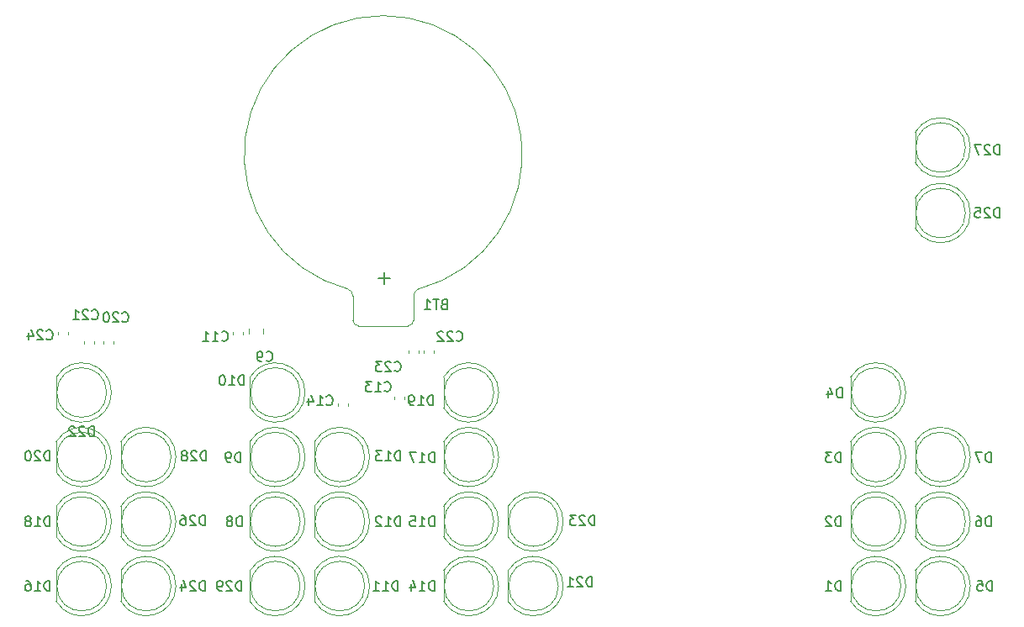
<source format=gbo>
G04 #@! TF.GenerationSoftware,KiCad,Pcbnew,5.1.9*
G04 #@! TF.CreationDate,2021-01-09T13:55:21+02:00*
G04 #@! TF.ProjectId,block,626c6f63-6b2e-46b6-9963-61645f706362,rev?*
G04 #@! TF.SameCoordinates,Original*
G04 #@! TF.FileFunction,Legend,Bot*
G04 #@! TF.FilePolarity,Positive*
%FSLAX46Y46*%
G04 Gerber Fmt 4.6, Leading zero omitted, Abs format (unit mm)*
G04 Created by KiCad (PCBNEW 5.1.9) date 2021-01-09 13:55:21*
%MOMM*%
%LPD*%
G01*
G04 APERTURE LIST*
%ADD10C,0.120000*%
%ADD11C,0.150000*%
G04 APERTURE END LIST*
D10*
G04 #@! TO.C,D21*
X129270000Y-120000000D02*
G75*
G03*
X129270000Y-120000000I-2500000J0D01*
G01*
X124210000Y-121545000D02*
X124210000Y-118455000D01*
X129760000Y-119999538D02*
G75*
G02*
X124210000Y-121544830I-2990000J-462D01*
G01*
X129760000Y-120000462D02*
G75*
G03*
X124210000Y-118455170I-2990000J462D01*
G01*
G04 #@! TO.C,D13*
X109770000Y-107000000D02*
G75*
G03*
X109770000Y-107000000I-2500000J0D01*
G01*
X104710000Y-108545000D02*
X104710000Y-105455000D01*
X110260000Y-106999538D02*
G75*
G02*
X104710000Y-108544830I-2990000J-462D01*
G01*
X110260000Y-107000462D02*
G75*
G03*
X104710000Y-105455170I-2990000J462D01*
G01*
G04 #@! TO.C,D7*
X170270000Y-107000000D02*
G75*
G03*
X170270000Y-107000000I-2500000J0D01*
G01*
X165210000Y-108545000D02*
X165210000Y-105455000D01*
X170760000Y-107000462D02*
G75*
G03*
X165210000Y-105455170I-2990000J462D01*
G01*
X170760000Y-106999538D02*
G75*
G02*
X165210000Y-108544830I-2990000J-462D01*
G01*
G04 #@! TO.C,D6*
X170270000Y-113500000D02*
G75*
G03*
X170270000Y-113500000I-2500000J0D01*
G01*
X165210000Y-115045000D02*
X165210000Y-111955000D01*
X170760000Y-113500462D02*
G75*
G03*
X165210000Y-111955170I-2990000J462D01*
G01*
X170760000Y-113499538D02*
G75*
G02*
X165210000Y-115044830I-2990000J-462D01*
G01*
G04 #@! TO.C,BT1*
X114683000Y-90787000D02*
X114683000Y-93237000D01*
X108583000Y-93237000D02*
X108583000Y-90787000D01*
X114133000Y-93787000D02*
X109133000Y-93787000D01*
X111648231Y-62537262D02*
G75*
G03*
X108113000Y-90087000I-15231J-13999738D01*
G01*
X111617769Y-62537262D02*
G75*
G02*
X115153000Y-90087000I15231J-13999738D01*
G01*
X108089515Y-90082231D02*
G75*
G02*
X108583000Y-90787000I-256515J-704769D01*
G01*
X115176485Y-90082231D02*
G75*
G03*
X114683000Y-90787000I256515J-704769D01*
G01*
X114683000Y-93237000D02*
G75*
G02*
X114133000Y-93787000I-550000J0D01*
G01*
X108583000Y-93237000D02*
G75*
G03*
X109133000Y-93787000I550000J0D01*
G01*
G04 #@! TO.C,C24*
X78865000Y-94660767D02*
X78865000Y-94368233D01*
X79885000Y-94660767D02*
X79885000Y-94368233D01*
G04 #@! TO.C,C9*
X98071000Y-94600752D02*
X98071000Y-94078248D01*
X99541000Y-94600752D02*
X99541000Y-94078248D01*
G04 #@! TO.C,C11*
X96518000Y-94660767D02*
X96518000Y-94368233D01*
X97538000Y-94660767D02*
X97538000Y-94368233D01*
G04 #@! TO.C,C20*
X83437000Y-95331233D02*
X83437000Y-95623767D01*
X84457000Y-95331233D02*
X84457000Y-95623767D01*
G04 #@! TO.C,C21*
X82552000Y-95331233D02*
X82552000Y-95623767D01*
X81532000Y-95331233D02*
X81532000Y-95623767D01*
G04 #@! TO.C,C13*
X112774000Y-100919233D02*
X112774000Y-101211767D01*
X113794000Y-100919233D02*
X113794000Y-101211767D01*
G04 #@! TO.C,C22*
X115695000Y-96246733D02*
X115695000Y-96539267D01*
X116715000Y-96246733D02*
X116715000Y-96539267D01*
G04 #@! TO.C,C14*
X107059000Y-101873267D02*
X107059000Y-101580733D01*
X108079000Y-101873267D02*
X108079000Y-101580733D01*
G04 #@! TO.C,C23*
X114171000Y-96246733D02*
X114171000Y-96539267D01*
X115191000Y-96246733D02*
X115191000Y-96539267D01*
G04 #@! TO.C,D16*
X83770000Y-120000000D02*
G75*
G03*
X83770000Y-120000000I-2500000J0D01*
G01*
X78710000Y-121545000D02*
X78710000Y-118455000D01*
X84260000Y-119999538D02*
G75*
G02*
X78710000Y-121544830I-2990000J-462D01*
G01*
X84260000Y-120000462D02*
G75*
G03*
X78710000Y-118455170I-2990000J462D01*
G01*
G04 #@! TO.C,D18*
X83780000Y-113500000D02*
G75*
G03*
X83780000Y-113500000I-2500000J0D01*
G01*
X78720000Y-115045000D02*
X78720000Y-111955000D01*
X84270000Y-113499538D02*
G75*
G02*
X78720000Y-115044830I-2990000J-462D01*
G01*
X84270000Y-113500462D02*
G75*
G03*
X78720000Y-111955170I-2990000J462D01*
G01*
G04 #@! TO.C,D20*
X83770000Y-107000000D02*
G75*
G03*
X83770000Y-107000000I-2500000J0D01*
G01*
X78710000Y-108545000D02*
X78710000Y-105455000D01*
X84260000Y-106999538D02*
G75*
G02*
X78710000Y-108544830I-2990000J-462D01*
G01*
X84260000Y-107000462D02*
G75*
G03*
X78710000Y-105455170I-2990000J462D01*
G01*
G04 #@! TO.C,D22*
X78710000Y-102045000D02*
X78710000Y-98955000D01*
X83770000Y-100500000D02*
G75*
G03*
X83770000Y-100500000I-2500000J0D01*
G01*
X84260000Y-100500462D02*
G75*
G03*
X78710000Y-98955170I-2990000J462D01*
G01*
X84260000Y-100499538D02*
G75*
G02*
X78710000Y-102044830I-2990000J-462D01*
G01*
G04 #@! TO.C,D24*
X90270000Y-120000000D02*
G75*
G03*
X90270000Y-120000000I-2500000J0D01*
G01*
X85210000Y-121545000D02*
X85210000Y-118455000D01*
X90760000Y-119999538D02*
G75*
G02*
X85210000Y-121544830I-2990000J-462D01*
G01*
X90760000Y-120000462D02*
G75*
G03*
X85210000Y-118455170I-2990000J462D01*
G01*
G04 #@! TO.C,D26*
X85210000Y-115045000D02*
X85210000Y-111955000D01*
X90270000Y-113500000D02*
G75*
G03*
X90270000Y-113500000I-2500000J0D01*
G01*
X90760000Y-113500462D02*
G75*
G03*
X85210000Y-111955170I-2990000J462D01*
G01*
X90760000Y-113499538D02*
G75*
G02*
X85210000Y-115044830I-2990000J-462D01*
G01*
G04 #@! TO.C,D28*
X90270000Y-107000000D02*
G75*
G03*
X90270000Y-107000000I-2500000J0D01*
G01*
X85210000Y-108545000D02*
X85210000Y-105455000D01*
X90760000Y-106999538D02*
G75*
G02*
X85210000Y-108544830I-2990000J-462D01*
G01*
X90760000Y-107000462D02*
G75*
G03*
X85210000Y-105455170I-2990000J462D01*
G01*
G04 #@! TO.C,D29*
X98210000Y-121545000D02*
X98210000Y-118455000D01*
X103270000Y-120000000D02*
G75*
G03*
X103270000Y-120000000I-2500000J0D01*
G01*
X103760000Y-120000462D02*
G75*
G03*
X98210000Y-118455170I-2990000J462D01*
G01*
X103760000Y-119999538D02*
G75*
G02*
X98210000Y-121544830I-2990000J-462D01*
G01*
G04 #@! TO.C,D1*
X158710000Y-121545000D02*
X158710000Y-118455000D01*
X163770000Y-120000000D02*
G75*
G03*
X163770000Y-120000000I-2500000J0D01*
G01*
X164260000Y-120000462D02*
G75*
G03*
X158710000Y-118455170I-2990000J462D01*
G01*
X164260000Y-119999538D02*
G75*
G02*
X158710000Y-121544830I-2990000J-462D01*
G01*
G04 #@! TO.C,D2*
X158710000Y-115045000D02*
X158710000Y-111955000D01*
X163770000Y-113500000D02*
G75*
G03*
X163770000Y-113500000I-2500000J0D01*
G01*
X164260000Y-113500462D02*
G75*
G03*
X158710000Y-111955170I-2990000J462D01*
G01*
X164260000Y-113499538D02*
G75*
G02*
X158710000Y-115044830I-2990000J-462D01*
G01*
G04 #@! TO.C,D3*
X163770000Y-107000000D02*
G75*
G03*
X163770000Y-107000000I-2500000J0D01*
G01*
X158710000Y-108545000D02*
X158710000Y-105455000D01*
X164260000Y-106999538D02*
G75*
G02*
X158710000Y-108544830I-2990000J-462D01*
G01*
X164260000Y-107000462D02*
G75*
G03*
X158710000Y-105455170I-2990000J462D01*
G01*
G04 #@! TO.C,D4*
X158710000Y-102045000D02*
X158710000Y-98955000D01*
X163770000Y-100500000D02*
G75*
G03*
X163770000Y-100500000I-2500000J0D01*
G01*
X164260000Y-100500462D02*
G75*
G03*
X158710000Y-98955170I-2990000J462D01*
G01*
X164260000Y-100499538D02*
G75*
G02*
X158710000Y-102044830I-2990000J-462D01*
G01*
G04 #@! TO.C,D5*
X170270000Y-120000000D02*
G75*
G03*
X170270000Y-120000000I-2500000J0D01*
G01*
X165210000Y-121545000D02*
X165210000Y-118455000D01*
X170760000Y-119999538D02*
G75*
G02*
X165210000Y-121544830I-2990000J-462D01*
G01*
X170760000Y-120000462D02*
G75*
G03*
X165210000Y-118455170I-2990000J462D01*
G01*
G04 #@! TO.C,D8*
X98210000Y-115045000D02*
X98210000Y-111955000D01*
X103270000Y-113500000D02*
G75*
G03*
X103270000Y-113500000I-2500000J0D01*
G01*
X103760000Y-113500462D02*
G75*
G03*
X98210000Y-111955170I-2990000J462D01*
G01*
X103760000Y-113499538D02*
G75*
G02*
X98210000Y-115044830I-2990000J-462D01*
G01*
G04 #@! TO.C,D9*
X103270000Y-107000000D02*
G75*
G03*
X103270000Y-107000000I-2500000J0D01*
G01*
X98210000Y-108545000D02*
X98210000Y-105455000D01*
X103760000Y-106999538D02*
G75*
G02*
X98210000Y-108544830I-2990000J-462D01*
G01*
X103760000Y-107000462D02*
G75*
G03*
X98210000Y-105455170I-2990000J462D01*
G01*
G04 #@! TO.C,D10*
X103270000Y-100500000D02*
G75*
G03*
X103270000Y-100500000I-2500000J0D01*
G01*
X98210000Y-102045000D02*
X98210000Y-98955000D01*
X103760000Y-100499538D02*
G75*
G02*
X98210000Y-102044830I-2990000J-462D01*
G01*
X103760000Y-100500462D02*
G75*
G03*
X98210000Y-98955170I-2990000J462D01*
G01*
G04 #@! TO.C,D11*
X104710000Y-121545000D02*
X104710000Y-118455000D01*
X109770000Y-120000000D02*
G75*
G03*
X109770000Y-120000000I-2500000J0D01*
G01*
X110260000Y-120000462D02*
G75*
G03*
X104710000Y-118455170I-2990000J462D01*
G01*
X110260000Y-119999538D02*
G75*
G02*
X104710000Y-121544830I-2990000J-462D01*
G01*
G04 #@! TO.C,D12*
X109770000Y-113500000D02*
G75*
G03*
X109770000Y-113500000I-2500000J0D01*
G01*
X104710000Y-115045000D02*
X104710000Y-111955000D01*
X110260000Y-113499538D02*
G75*
G02*
X104710000Y-115044830I-2990000J-462D01*
G01*
X110260000Y-113500462D02*
G75*
G03*
X104710000Y-111955170I-2990000J462D01*
G01*
G04 #@! TO.C,D14*
X117710000Y-121545000D02*
X117710000Y-118455000D01*
X122770000Y-120000000D02*
G75*
G03*
X122770000Y-120000000I-2500000J0D01*
G01*
X123260000Y-120000462D02*
G75*
G03*
X117710000Y-118455170I-2990000J462D01*
G01*
X123260000Y-119999538D02*
G75*
G02*
X117710000Y-121544830I-2990000J-462D01*
G01*
G04 #@! TO.C,D15*
X117710000Y-115045000D02*
X117710000Y-111955000D01*
X122770000Y-113500000D02*
G75*
G03*
X122770000Y-113500000I-2500000J0D01*
G01*
X123260000Y-113500462D02*
G75*
G03*
X117710000Y-111955170I-2990000J462D01*
G01*
X123260000Y-113499538D02*
G75*
G02*
X117710000Y-115044830I-2990000J-462D01*
G01*
G04 #@! TO.C,D17*
X122770000Y-107000000D02*
G75*
G03*
X122770000Y-107000000I-2500000J0D01*
G01*
X117710000Y-108545000D02*
X117710000Y-105455000D01*
X123260000Y-106999538D02*
G75*
G02*
X117710000Y-108544830I-2990000J-462D01*
G01*
X123260000Y-107000462D02*
G75*
G03*
X117710000Y-105455170I-2990000J462D01*
G01*
G04 #@! TO.C,D19*
X117710000Y-102045000D02*
X117710000Y-98955000D01*
X122770000Y-100500000D02*
G75*
G03*
X122770000Y-100500000I-2500000J0D01*
G01*
X123260000Y-100500462D02*
G75*
G03*
X117710000Y-98955170I-2990000J462D01*
G01*
X123260000Y-100499538D02*
G75*
G02*
X117710000Y-102044830I-2990000J-462D01*
G01*
G04 #@! TO.C,D23*
X124210000Y-115045000D02*
X124210000Y-111955000D01*
X129270000Y-113500000D02*
G75*
G03*
X129270000Y-113500000I-2500000J0D01*
G01*
X129760000Y-113500462D02*
G75*
G03*
X124210000Y-111955170I-2990000J462D01*
G01*
X129760000Y-113499538D02*
G75*
G02*
X124210000Y-115044830I-2990000J-462D01*
G01*
G04 #@! TO.C,D25*
X165210000Y-83968000D02*
X165210000Y-80878000D01*
X170270000Y-82423000D02*
G75*
G03*
X170270000Y-82423000I-2500000J0D01*
G01*
X170760000Y-82423462D02*
G75*
G03*
X165210000Y-80878170I-2990000J462D01*
G01*
X170760000Y-82422538D02*
G75*
G02*
X165210000Y-83967830I-2990000J-462D01*
G01*
G04 #@! TO.C,D27*
X170270000Y-75819000D02*
G75*
G03*
X170270000Y-75819000I-2500000J0D01*
G01*
X165210000Y-77364000D02*
X165210000Y-74274000D01*
X170760000Y-75818538D02*
G75*
G02*
X165210000Y-77363830I-2990000J-462D01*
G01*
X170760000Y-75819462D02*
G75*
G03*
X165210000Y-74274170I-2990000J462D01*
G01*
G04 #@! TO.C,D21*
D11*
X132659285Y-120086380D02*
X132659285Y-119086380D01*
X132421190Y-119086380D01*
X132278333Y-119134000D01*
X132183095Y-119229238D01*
X132135476Y-119324476D01*
X132087857Y-119514952D01*
X132087857Y-119657809D01*
X132135476Y-119848285D01*
X132183095Y-119943523D01*
X132278333Y-120038761D01*
X132421190Y-120086380D01*
X132659285Y-120086380D01*
X131706904Y-119181619D02*
X131659285Y-119134000D01*
X131564047Y-119086380D01*
X131325952Y-119086380D01*
X131230714Y-119134000D01*
X131183095Y-119181619D01*
X131135476Y-119276857D01*
X131135476Y-119372095D01*
X131183095Y-119514952D01*
X131754523Y-120086380D01*
X131135476Y-120086380D01*
X130183095Y-120086380D02*
X130754523Y-120086380D01*
X130468809Y-120086380D02*
X130468809Y-119086380D01*
X130564047Y-119229238D01*
X130659285Y-119324476D01*
X130754523Y-119372095D01*
G04 #@! TO.C,D13*
X113355285Y-107386380D02*
X113355285Y-106386380D01*
X113117190Y-106386380D01*
X112974333Y-106434000D01*
X112879095Y-106529238D01*
X112831476Y-106624476D01*
X112783857Y-106814952D01*
X112783857Y-106957809D01*
X112831476Y-107148285D01*
X112879095Y-107243523D01*
X112974333Y-107338761D01*
X113117190Y-107386380D01*
X113355285Y-107386380D01*
X111831476Y-107386380D02*
X112402904Y-107386380D01*
X112117190Y-107386380D02*
X112117190Y-106386380D01*
X112212428Y-106529238D01*
X112307666Y-106624476D01*
X112402904Y-106672095D01*
X111498142Y-106386380D02*
X110879095Y-106386380D01*
X111212428Y-106767333D01*
X111069571Y-106767333D01*
X110974333Y-106814952D01*
X110926714Y-106862571D01*
X110879095Y-106957809D01*
X110879095Y-107195904D01*
X110926714Y-107291142D01*
X110974333Y-107338761D01*
X111069571Y-107386380D01*
X111355285Y-107386380D01*
X111450523Y-107338761D01*
X111498142Y-107291142D01*
G04 #@! TO.C,D7*
X172823095Y-107513380D02*
X172823095Y-106513380D01*
X172585000Y-106513380D01*
X172442142Y-106561000D01*
X172346904Y-106656238D01*
X172299285Y-106751476D01*
X172251666Y-106941952D01*
X172251666Y-107084809D01*
X172299285Y-107275285D01*
X172346904Y-107370523D01*
X172442142Y-107465761D01*
X172585000Y-107513380D01*
X172823095Y-107513380D01*
X171918333Y-106513380D02*
X171251666Y-106513380D01*
X171680238Y-107513380D01*
G04 #@! TO.C,D6*
X172823095Y-113990380D02*
X172823095Y-112990380D01*
X172585000Y-112990380D01*
X172442142Y-113038000D01*
X172346904Y-113133238D01*
X172299285Y-113228476D01*
X172251666Y-113418952D01*
X172251666Y-113561809D01*
X172299285Y-113752285D01*
X172346904Y-113847523D01*
X172442142Y-113942761D01*
X172585000Y-113990380D01*
X172823095Y-113990380D01*
X171394523Y-112990380D02*
X171585000Y-112990380D01*
X171680238Y-113038000D01*
X171727857Y-113085619D01*
X171823095Y-113228476D01*
X171870714Y-113418952D01*
X171870714Y-113799904D01*
X171823095Y-113895142D01*
X171775476Y-113942761D01*
X171680238Y-113990380D01*
X171489761Y-113990380D01*
X171394523Y-113942761D01*
X171346904Y-113895142D01*
X171299285Y-113799904D01*
X171299285Y-113561809D01*
X171346904Y-113466571D01*
X171394523Y-113418952D01*
X171489761Y-113371333D01*
X171680238Y-113371333D01*
X171775476Y-113418952D01*
X171823095Y-113466571D01*
X171870714Y-113561809D01*
G04 #@! TO.C,BT1*
X117752714Y-91622571D02*
X117609857Y-91670190D01*
X117562238Y-91717809D01*
X117514619Y-91813047D01*
X117514619Y-91955904D01*
X117562238Y-92051142D01*
X117609857Y-92098761D01*
X117705095Y-92146380D01*
X118086047Y-92146380D01*
X118086047Y-91146380D01*
X117752714Y-91146380D01*
X117657476Y-91194000D01*
X117609857Y-91241619D01*
X117562238Y-91336857D01*
X117562238Y-91432095D01*
X117609857Y-91527333D01*
X117657476Y-91574952D01*
X117752714Y-91622571D01*
X118086047Y-91622571D01*
X117228904Y-91146380D02*
X116657476Y-91146380D01*
X116943190Y-92146380D02*
X116943190Y-91146380D01*
X115800333Y-92146380D02*
X116371761Y-92146380D01*
X116086047Y-92146380D02*
X116086047Y-91146380D01*
X116181285Y-91289238D01*
X116276523Y-91384476D01*
X116371761Y-91432095D01*
X111740142Y-88415571D02*
X111740142Y-89558428D01*
X112311571Y-88987000D02*
X111168714Y-88987000D01*
G04 #@! TO.C,C24*
X77731857Y-95099142D02*
X77779476Y-95146761D01*
X77922333Y-95194380D01*
X78017571Y-95194380D01*
X78160428Y-95146761D01*
X78255666Y-95051523D01*
X78303285Y-94956285D01*
X78350904Y-94765809D01*
X78350904Y-94622952D01*
X78303285Y-94432476D01*
X78255666Y-94337238D01*
X78160428Y-94242000D01*
X78017571Y-94194380D01*
X77922333Y-94194380D01*
X77779476Y-94242000D01*
X77731857Y-94289619D01*
X77350904Y-94289619D02*
X77303285Y-94242000D01*
X77208047Y-94194380D01*
X76969952Y-94194380D01*
X76874714Y-94242000D01*
X76827095Y-94289619D01*
X76779476Y-94384857D01*
X76779476Y-94480095D01*
X76827095Y-94622952D01*
X77398523Y-95194380D01*
X76779476Y-95194380D01*
X75922333Y-94527714D02*
X75922333Y-95194380D01*
X76160428Y-94146761D02*
X76398523Y-94861047D01*
X75779476Y-94861047D01*
G04 #@! TO.C,C9*
X99861666Y-97258142D02*
X99909285Y-97305761D01*
X100052142Y-97353380D01*
X100147380Y-97353380D01*
X100290238Y-97305761D01*
X100385476Y-97210523D01*
X100433095Y-97115285D01*
X100480714Y-96924809D01*
X100480714Y-96781952D01*
X100433095Y-96591476D01*
X100385476Y-96496238D01*
X100290238Y-96401000D01*
X100147380Y-96353380D01*
X100052142Y-96353380D01*
X99909285Y-96401000D01*
X99861666Y-96448619D01*
X99385476Y-97353380D02*
X99195000Y-97353380D01*
X99099761Y-97305761D01*
X99052142Y-97258142D01*
X98956904Y-97115285D01*
X98909285Y-96924809D01*
X98909285Y-96543857D01*
X98956904Y-96448619D01*
X99004523Y-96401000D01*
X99099761Y-96353380D01*
X99290238Y-96353380D01*
X99385476Y-96401000D01*
X99433095Y-96448619D01*
X99480714Y-96543857D01*
X99480714Y-96781952D01*
X99433095Y-96877190D01*
X99385476Y-96924809D01*
X99290238Y-96972428D01*
X99099761Y-96972428D01*
X99004523Y-96924809D01*
X98956904Y-96877190D01*
X98909285Y-96781952D01*
G04 #@! TO.C,C11*
X95384857Y-95226142D02*
X95432476Y-95273761D01*
X95575333Y-95321380D01*
X95670571Y-95321380D01*
X95813428Y-95273761D01*
X95908666Y-95178523D01*
X95956285Y-95083285D01*
X96003904Y-94892809D01*
X96003904Y-94749952D01*
X95956285Y-94559476D01*
X95908666Y-94464238D01*
X95813428Y-94369000D01*
X95670571Y-94321380D01*
X95575333Y-94321380D01*
X95432476Y-94369000D01*
X95384857Y-94416619D01*
X94432476Y-95321380D02*
X95003904Y-95321380D01*
X94718190Y-95321380D02*
X94718190Y-94321380D01*
X94813428Y-94464238D01*
X94908666Y-94559476D01*
X95003904Y-94607095D01*
X93480095Y-95321380D02*
X94051523Y-95321380D01*
X93765809Y-95321380D02*
X93765809Y-94321380D01*
X93861047Y-94464238D01*
X93956285Y-94559476D01*
X94051523Y-94607095D01*
G04 #@! TO.C,C20*
X85351857Y-93321142D02*
X85399476Y-93368761D01*
X85542333Y-93416380D01*
X85637571Y-93416380D01*
X85780428Y-93368761D01*
X85875666Y-93273523D01*
X85923285Y-93178285D01*
X85970904Y-92987809D01*
X85970904Y-92844952D01*
X85923285Y-92654476D01*
X85875666Y-92559238D01*
X85780428Y-92464000D01*
X85637571Y-92416380D01*
X85542333Y-92416380D01*
X85399476Y-92464000D01*
X85351857Y-92511619D01*
X84970904Y-92511619D02*
X84923285Y-92464000D01*
X84828047Y-92416380D01*
X84589952Y-92416380D01*
X84494714Y-92464000D01*
X84447095Y-92511619D01*
X84399476Y-92606857D01*
X84399476Y-92702095D01*
X84447095Y-92844952D01*
X85018523Y-93416380D01*
X84399476Y-93416380D01*
X83780428Y-92416380D02*
X83685190Y-92416380D01*
X83589952Y-92464000D01*
X83542333Y-92511619D01*
X83494714Y-92606857D01*
X83447095Y-92797333D01*
X83447095Y-93035428D01*
X83494714Y-93225904D01*
X83542333Y-93321142D01*
X83589952Y-93368761D01*
X83685190Y-93416380D01*
X83780428Y-93416380D01*
X83875666Y-93368761D01*
X83923285Y-93321142D01*
X83970904Y-93225904D01*
X84018523Y-93035428D01*
X84018523Y-92797333D01*
X83970904Y-92606857D01*
X83923285Y-92511619D01*
X83875666Y-92464000D01*
X83780428Y-92416380D01*
G04 #@! TO.C,C21*
X82303857Y-93067142D02*
X82351476Y-93114761D01*
X82494333Y-93162380D01*
X82589571Y-93162380D01*
X82732428Y-93114761D01*
X82827666Y-93019523D01*
X82875285Y-92924285D01*
X82922904Y-92733809D01*
X82922904Y-92590952D01*
X82875285Y-92400476D01*
X82827666Y-92305238D01*
X82732428Y-92210000D01*
X82589571Y-92162380D01*
X82494333Y-92162380D01*
X82351476Y-92210000D01*
X82303857Y-92257619D01*
X81922904Y-92257619D02*
X81875285Y-92210000D01*
X81780047Y-92162380D01*
X81541952Y-92162380D01*
X81446714Y-92210000D01*
X81399095Y-92257619D01*
X81351476Y-92352857D01*
X81351476Y-92448095D01*
X81399095Y-92590952D01*
X81970523Y-93162380D01*
X81351476Y-93162380D01*
X80399095Y-93162380D02*
X80970523Y-93162380D01*
X80684809Y-93162380D02*
X80684809Y-92162380D01*
X80780047Y-92305238D01*
X80875285Y-92400476D01*
X80970523Y-92448095D01*
G04 #@! TO.C,C13*
X111767857Y-100306142D02*
X111815476Y-100353761D01*
X111958333Y-100401380D01*
X112053571Y-100401380D01*
X112196428Y-100353761D01*
X112291666Y-100258523D01*
X112339285Y-100163285D01*
X112386904Y-99972809D01*
X112386904Y-99829952D01*
X112339285Y-99639476D01*
X112291666Y-99544238D01*
X112196428Y-99449000D01*
X112053571Y-99401380D01*
X111958333Y-99401380D01*
X111815476Y-99449000D01*
X111767857Y-99496619D01*
X110815476Y-100401380D02*
X111386904Y-100401380D01*
X111101190Y-100401380D02*
X111101190Y-99401380D01*
X111196428Y-99544238D01*
X111291666Y-99639476D01*
X111386904Y-99687095D01*
X110482142Y-99401380D02*
X109863095Y-99401380D01*
X110196428Y-99782333D01*
X110053571Y-99782333D01*
X109958333Y-99829952D01*
X109910714Y-99877571D01*
X109863095Y-99972809D01*
X109863095Y-100210904D01*
X109910714Y-100306142D01*
X109958333Y-100353761D01*
X110053571Y-100401380D01*
X110339285Y-100401380D01*
X110434523Y-100353761D01*
X110482142Y-100306142D01*
G04 #@! TO.C,C22*
X119006857Y-95226142D02*
X119054476Y-95273761D01*
X119197333Y-95321380D01*
X119292571Y-95321380D01*
X119435428Y-95273761D01*
X119530666Y-95178523D01*
X119578285Y-95083285D01*
X119625904Y-94892809D01*
X119625904Y-94749952D01*
X119578285Y-94559476D01*
X119530666Y-94464238D01*
X119435428Y-94369000D01*
X119292571Y-94321380D01*
X119197333Y-94321380D01*
X119054476Y-94369000D01*
X119006857Y-94416619D01*
X118625904Y-94416619D02*
X118578285Y-94369000D01*
X118483047Y-94321380D01*
X118244952Y-94321380D01*
X118149714Y-94369000D01*
X118102095Y-94416619D01*
X118054476Y-94511857D01*
X118054476Y-94607095D01*
X118102095Y-94749952D01*
X118673523Y-95321380D01*
X118054476Y-95321380D01*
X117673523Y-94416619D02*
X117625904Y-94369000D01*
X117530666Y-94321380D01*
X117292571Y-94321380D01*
X117197333Y-94369000D01*
X117149714Y-94416619D01*
X117102095Y-94511857D01*
X117102095Y-94607095D01*
X117149714Y-94749952D01*
X117721142Y-95321380D01*
X117102095Y-95321380D01*
G04 #@! TO.C,C14*
X105925857Y-101703142D02*
X105973476Y-101750761D01*
X106116333Y-101798380D01*
X106211571Y-101798380D01*
X106354428Y-101750761D01*
X106449666Y-101655523D01*
X106497285Y-101560285D01*
X106544904Y-101369809D01*
X106544904Y-101226952D01*
X106497285Y-101036476D01*
X106449666Y-100941238D01*
X106354428Y-100846000D01*
X106211571Y-100798380D01*
X106116333Y-100798380D01*
X105973476Y-100846000D01*
X105925857Y-100893619D01*
X104973476Y-101798380D02*
X105544904Y-101798380D01*
X105259190Y-101798380D02*
X105259190Y-100798380D01*
X105354428Y-100941238D01*
X105449666Y-101036476D01*
X105544904Y-101084095D01*
X104116333Y-101131714D02*
X104116333Y-101798380D01*
X104354428Y-100750761D02*
X104592523Y-101465047D01*
X103973476Y-101465047D01*
G04 #@! TO.C,C23*
X112783857Y-98274142D02*
X112831476Y-98321761D01*
X112974333Y-98369380D01*
X113069571Y-98369380D01*
X113212428Y-98321761D01*
X113307666Y-98226523D01*
X113355285Y-98131285D01*
X113402904Y-97940809D01*
X113402904Y-97797952D01*
X113355285Y-97607476D01*
X113307666Y-97512238D01*
X113212428Y-97417000D01*
X113069571Y-97369380D01*
X112974333Y-97369380D01*
X112831476Y-97417000D01*
X112783857Y-97464619D01*
X112402904Y-97464619D02*
X112355285Y-97417000D01*
X112260047Y-97369380D01*
X112021952Y-97369380D01*
X111926714Y-97417000D01*
X111879095Y-97464619D01*
X111831476Y-97559857D01*
X111831476Y-97655095D01*
X111879095Y-97797952D01*
X112450523Y-98369380D01*
X111831476Y-98369380D01*
X111498142Y-97369380D02*
X110879095Y-97369380D01*
X111212428Y-97750333D01*
X111069571Y-97750333D01*
X110974333Y-97797952D01*
X110926714Y-97845571D01*
X110879095Y-97940809D01*
X110879095Y-98178904D01*
X110926714Y-98274142D01*
X110974333Y-98321761D01*
X111069571Y-98369380D01*
X111355285Y-98369380D01*
X111450523Y-98321761D01*
X111498142Y-98274142D01*
G04 #@! TO.C,D16*
X78049285Y-120467380D02*
X78049285Y-119467380D01*
X77811190Y-119467380D01*
X77668333Y-119515000D01*
X77573095Y-119610238D01*
X77525476Y-119705476D01*
X77477857Y-119895952D01*
X77477857Y-120038809D01*
X77525476Y-120229285D01*
X77573095Y-120324523D01*
X77668333Y-120419761D01*
X77811190Y-120467380D01*
X78049285Y-120467380D01*
X76525476Y-120467380D02*
X77096904Y-120467380D01*
X76811190Y-120467380D02*
X76811190Y-119467380D01*
X76906428Y-119610238D01*
X77001666Y-119705476D01*
X77096904Y-119753095D01*
X75668333Y-119467380D02*
X75858809Y-119467380D01*
X75954047Y-119515000D01*
X76001666Y-119562619D01*
X76096904Y-119705476D01*
X76144523Y-119895952D01*
X76144523Y-120276904D01*
X76096904Y-120372142D01*
X76049285Y-120419761D01*
X75954047Y-120467380D01*
X75763571Y-120467380D01*
X75668333Y-120419761D01*
X75620714Y-120372142D01*
X75573095Y-120276904D01*
X75573095Y-120038809D01*
X75620714Y-119943571D01*
X75668333Y-119895952D01*
X75763571Y-119848333D01*
X75954047Y-119848333D01*
X76049285Y-119895952D01*
X76096904Y-119943571D01*
X76144523Y-120038809D01*
G04 #@! TO.C,D18*
X78049285Y-113990380D02*
X78049285Y-112990380D01*
X77811190Y-112990380D01*
X77668333Y-113038000D01*
X77573095Y-113133238D01*
X77525476Y-113228476D01*
X77477857Y-113418952D01*
X77477857Y-113561809D01*
X77525476Y-113752285D01*
X77573095Y-113847523D01*
X77668333Y-113942761D01*
X77811190Y-113990380D01*
X78049285Y-113990380D01*
X76525476Y-113990380D02*
X77096904Y-113990380D01*
X76811190Y-113990380D02*
X76811190Y-112990380D01*
X76906428Y-113133238D01*
X77001666Y-113228476D01*
X77096904Y-113276095D01*
X75954047Y-113418952D02*
X76049285Y-113371333D01*
X76096904Y-113323714D01*
X76144523Y-113228476D01*
X76144523Y-113180857D01*
X76096904Y-113085619D01*
X76049285Y-113038000D01*
X75954047Y-112990380D01*
X75763571Y-112990380D01*
X75668333Y-113038000D01*
X75620714Y-113085619D01*
X75573095Y-113180857D01*
X75573095Y-113228476D01*
X75620714Y-113323714D01*
X75668333Y-113371333D01*
X75763571Y-113418952D01*
X75954047Y-113418952D01*
X76049285Y-113466571D01*
X76096904Y-113514190D01*
X76144523Y-113609428D01*
X76144523Y-113799904D01*
X76096904Y-113895142D01*
X76049285Y-113942761D01*
X75954047Y-113990380D01*
X75763571Y-113990380D01*
X75668333Y-113942761D01*
X75620714Y-113895142D01*
X75573095Y-113799904D01*
X75573095Y-113609428D01*
X75620714Y-113514190D01*
X75668333Y-113466571D01*
X75763571Y-113418952D01*
G04 #@! TO.C,D20*
X78049285Y-107386380D02*
X78049285Y-106386380D01*
X77811190Y-106386380D01*
X77668333Y-106434000D01*
X77573095Y-106529238D01*
X77525476Y-106624476D01*
X77477857Y-106814952D01*
X77477857Y-106957809D01*
X77525476Y-107148285D01*
X77573095Y-107243523D01*
X77668333Y-107338761D01*
X77811190Y-107386380D01*
X78049285Y-107386380D01*
X77096904Y-106481619D02*
X77049285Y-106434000D01*
X76954047Y-106386380D01*
X76715952Y-106386380D01*
X76620714Y-106434000D01*
X76573095Y-106481619D01*
X76525476Y-106576857D01*
X76525476Y-106672095D01*
X76573095Y-106814952D01*
X77144523Y-107386380D01*
X76525476Y-107386380D01*
X75906428Y-106386380D02*
X75811190Y-106386380D01*
X75715952Y-106434000D01*
X75668333Y-106481619D01*
X75620714Y-106576857D01*
X75573095Y-106767333D01*
X75573095Y-107005428D01*
X75620714Y-107195904D01*
X75668333Y-107291142D01*
X75715952Y-107338761D01*
X75811190Y-107386380D01*
X75906428Y-107386380D01*
X76001666Y-107338761D01*
X76049285Y-107291142D01*
X76096904Y-107195904D01*
X76144523Y-107005428D01*
X76144523Y-106767333D01*
X76096904Y-106576857D01*
X76049285Y-106481619D01*
X76001666Y-106434000D01*
X75906428Y-106386380D01*
G04 #@! TO.C,D22*
X82484285Y-104912380D02*
X82484285Y-103912380D01*
X82246190Y-103912380D01*
X82103333Y-103960000D01*
X82008095Y-104055238D01*
X81960476Y-104150476D01*
X81912857Y-104340952D01*
X81912857Y-104483809D01*
X81960476Y-104674285D01*
X82008095Y-104769523D01*
X82103333Y-104864761D01*
X82246190Y-104912380D01*
X82484285Y-104912380D01*
X81531904Y-104007619D02*
X81484285Y-103960000D01*
X81389047Y-103912380D01*
X81150952Y-103912380D01*
X81055714Y-103960000D01*
X81008095Y-104007619D01*
X80960476Y-104102857D01*
X80960476Y-104198095D01*
X81008095Y-104340952D01*
X81579523Y-104912380D01*
X80960476Y-104912380D01*
X80579523Y-104007619D02*
X80531904Y-103960000D01*
X80436666Y-103912380D01*
X80198571Y-103912380D01*
X80103333Y-103960000D01*
X80055714Y-104007619D01*
X80008095Y-104102857D01*
X80008095Y-104198095D01*
X80055714Y-104340952D01*
X80627142Y-104912380D01*
X80008095Y-104912380D01*
G04 #@! TO.C,D24*
X93670285Y-120467380D02*
X93670285Y-119467380D01*
X93432190Y-119467380D01*
X93289333Y-119515000D01*
X93194095Y-119610238D01*
X93146476Y-119705476D01*
X93098857Y-119895952D01*
X93098857Y-120038809D01*
X93146476Y-120229285D01*
X93194095Y-120324523D01*
X93289333Y-120419761D01*
X93432190Y-120467380D01*
X93670285Y-120467380D01*
X92717904Y-119562619D02*
X92670285Y-119515000D01*
X92575047Y-119467380D01*
X92336952Y-119467380D01*
X92241714Y-119515000D01*
X92194095Y-119562619D01*
X92146476Y-119657857D01*
X92146476Y-119753095D01*
X92194095Y-119895952D01*
X92765523Y-120467380D01*
X92146476Y-120467380D01*
X91289333Y-119800714D02*
X91289333Y-120467380D01*
X91527428Y-119419761D02*
X91765523Y-120134047D01*
X91146476Y-120134047D01*
G04 #@! TO.C,D26*
X93670285Y-113863380D02*
X93670285Y-112863380D01*
X93432190Y-112863380D01*
X93289333Y-112911000D01*
X93194095Y-113006238D01*
X93146476Y-113101476D01*
X93098857Y-113291952D01*
X93098857Y-113434809D01*
X93146476Y-113625285D01*
X93194095Y-113720523D01*
X93289333Y-113815761D01*
X93432190Y-113863380D01*
X93670285Y-113863380D01*
X92717904Y-112958619D02*
X92670285Y-112911000D01*
X92575047Y-112863380D01*
X92336952Y-112863380D01*
X92241714Y-112911000D01*
X92194095Y-112958619D01*
X92146476Y-113053857D01*
X92146476Y-113149095D01*
X92194095Y-113291952D01*
X92765523Y-113863380D01*
X92146476Y-113863380D01*
X91289333Y-112863380D02*
X91479809Y-112863380D01*
X91575047Y-112911000D01*
X91622666Y-112958619D01*
X91717904Y-113101476D01*
X91765523Y-113291952D01*
X91765523Y-113672904D01*
X91717904Y-113768142D01*
X91670285Y-113815761D01*
X91575047Y-113863380D01*
X91384571Y-113863380D01*
X91289333Y-113815761D01*
X91241714Y-113768142D01*
X91194095Y-113672904D01*
X91194095Y-113434809D01*
X91241714Y-113339571D01*
X91289333Y-113291952D01*
X91384571Y-113244333D01*
X91575047Y-113244333D01*
X91670285Y-113291952D01*
X91717904Y-113339571D01*
X91765523Y-113434809D01*
G04 #@! TO.C,D28*
X93797285Y-107386380D02*
X93797285Y-106386380D01*
X93559190Y-106386380D01*
X93416333Y-106434000D01*
X93321095Y-106529238D01*
X93273476Y-106624476D01*
X93225857Y-106814952D01*
X93225857Y-106957809D01*
X93273476Y-107148285D01*
X93321095Y-107243523D01*
X93416333Y-107338761D01*
X93559190Y-107386380D01*
X93797285Y-107386380D01*
X92844904Y-106481619D02*
X92797285Y-106434000D01*
X92702047Y-106386380D01*
X92463952Y-106386380D01*
X92368714Y-106434000D01*
X92321095Y-106481619D01*
X92273476Y-106576857D01*
X92273476Y-106672095D01*
X92321095Y-106814952D01*
X92892523Y-107386380D01*
X92273476Y-107386380D01*
X91702047Y-106814952D02*
X91797285Y-106767333D01*
X91844904Y-106719714D01*
X91892523Y-106624476D01*
X91892523Y-106576857D01*
X91844904Y-106481619D01*
X91797285Y-106434000D01*
X91702047Y-106386380D01*
X91511571Y-106386380D01*
X91416333Y-106434000D01*
X91368714Y-106481619D01*
X91321095Y-106576857D01*
X91321095Y-106624476D01*
X91368714Y-106719714D01*
X91416333Y-106767333D01*
X91511571Y-106814952D01*
X91702047Y-106814952D01*
X91797285Y-106862571D01*
X91844904Y-106910190D01*
X91892523Y-107005428D01*
X91892523Y-107195904D01*
X91844904Y-107291142D01*
X91797285Y-107338761D01*
X91702047Y-107386380D01*
X91511571Y-107386380D01*
X91416333Y-107338761D01*
X91368714Y-107291142D01*
X91321095Y-107195904D01*
X91321095Y-107005428D01*
X91368714Y-106910190D01*
X91416333Y-106862571D01*
X91511571Y-106814952D01*
G04 #@! TO.C,D29*
X97353285Y-120467380D02*
X97353285Y-119467380D01*
X97115190Y-119467380D01*
X96972333Y-119515000D01*
X96877095Y-119610238D01*
X96829476Y-119705476D01*
X96781857Y-119895952D01*
X96781857Y-120038809D01*
X96829476Y-120229285D01*
X96877095Y-120324523D01*
X96972333Y-120419761D01*
X97115190Y-120467380D01*
X97353285Y-120467380D01*
X96400904Y-119562619D02*
X96353285Y-119515000D01*
X96258047Y-119467380D01*
X96019952Y-119467380D01*
X95924714Y-119515000D01*
X95877095Y-119562619D01*
X95829476Y-119657857D01*
X95829476Y-119753095D01*
X95877095Y-119895952D01*
X96448523Y-120467380D01*
X95829476Y-120467380D01*
X95353285Y-120467380D02*
X95162809Y-120467380D01*
X95067571Y-120419761D01*
X95019952Y-120372142D01*
X94924714Y-120229285D01*
X94877095Y-120038809D01*
X94877095Y-119657857D01*
X94924714Y-119562619D01*
X94972333Y-119515000D01*
X95067571Y-119467380D01*
X95258047Y-119467380D01*
X95353285Y-119515000D01*
X95400904Y-119562619D01*
X95448523Y-119657857D01*
X95448523Y-119895952D01*
X95400904Y-119991190D01*
X95353285Y-120038809D01*
X95258047Y-120086428D01*
X95067571Y-120086428D01*
X94972333Y-120038809D01*
X94924714Y-119991190D01*
X94877095Y-119895952D01*
G04 #@! TO.C,D1*
X157710095Y-120467380D02*
X157710095Y-119467380D01*
X157472000Y-119467380D01*
X157329142Y-119515000D01*
X157233904Y-119610238D01*
X157186285Y-119705476D01*
X157138666Y-119895952D01*
X157138666Y-120038809D01*
X157186285Y-120229285D01*
X157233904Y-120324523D01*
X157329142Y-120419761D01*
X157472000Y-120467380D01*
X157710095Y-120467380D01*
X156186285Y-120467380D02*
X156757714Y-120467380D01*
X156472000Y-120467380D02*
X156472000Y-119467380D01*
X156567238Y-119610238D01*
X156662476Y-119705476D01*
X156757714Y-119753095D01*
G04 #@! TO.C,D2*
X157710095Y-113990380D02*
X157710095Y-112990380D01*
X157472000Y-112990380D01*
X157329142Y-113038000D01*
X157233904Y-113133238D01*
X157186285Y-113228476D01*
X157138666Y-113418952D01*
X157138666Y-113561809D01*
X157186285Y-113752285D01*
X157233904Y-113847523D01*
X157329142Y-113942761D01*
X157472000Y-113990380D01*
X157710095Y-113990380D01*
X156757714Y-113085619D02*
X156710095Y-113038000D01*
X156614857Y-112990380D01*
X156376761Y-112990380D01*
X156281523Y-113038000D01*
X156233904Y-113085619D01*
X156186285Y-113180857D01*
X156186285Y-113276095D01*
X156233904Y-113418952D01*
X156805333Y-113990380D01*
X156186285Y-113990380D01*
G04 #@! TO.C,D3*
X157710095Y-107513380D02*
X157710095Y-106513380D01*
X157472000Y-106513380D01*
X157329142Y-106561000D01*
X157233904Y-106656238D01*
X157186285Y-106751476D01*
X157138666Y-106941952D01*
X157138666Y-107084809D01*
X157186285Y-107275285D01*
X157233904Y-107370523D01*
X157329142Y-107465761D01*
X157472000Y-107513380D01*
X157710095Y-107513380D01*
X156805333Y-106513380D02*
X156186285Y-106513380D01*
X156519619Y-106894333D01*
X156376761Y-106894333D01*
X156281523Y-106941952D01*
X156233904Y-106989571D01*
X156186285Y-107084809D01*
X156186285Y-107322904D01*
X156233904Y-107418142D01*
X156281523Y-107465761D01*
X156376761Y-107513380D01*
X156662476Y-107513380D01*
X156757714Y-107465761D01*
X156805333Y-107418142D01*
G04 #@! TO.C,D4*
X157837095Y-101036380D02*
X157837095Y-100036380D01*
X157599000Y-100036380D01*
X157456142Y-100084000D01*
X157360904Y-100179238D01*
X157313285Y-100274476D01*
X157265666Y-100464952D01*
X157265666Y-100607809D01*
X157313285Y-100798285D01*
X157360904Y-100893523D01*
X157456142Y-100988761D01*
X157599000Y-101036380D01*
X157837095Y-101036380D01*
X156408523Y-100369714D02*
X156408523Y-101036380D01*
X156646619Y-99988761D02*
X156884714Y-100703047D01*
X156265666Y-100703047D01*
G04 #@! TO.C,D5*
X172950095Y-120467380D02*
X172950095Y-119467380D01*
X172712000Y-119467380D01*
X172569142Y-119515000D01*
X172473904Y-119610238D01*
X172426285Y-119705476D01*
X172378666Y-119895952D01*
X172378666Y-120038809D01*
X172426285Y-120229285D01*
X172473904Y-120324523D01*
X172569142Y-120419761D01*
X172712000Y-120467380D01*
X172950095Y-120467380D01*
X171473904Y-119467380D02*
X171950095Y-119467380D01*
X171997714Y-119943571D01*
X171950095Y-119895952D01*
X171854857Y-119848333D01*
X171616761Y-119848333D01*
X171521523Y-119895952D01*
X171473904Y-119943571D01*
X171426285Y-120038809D01*
X171426285Y-120276904D01*
X171473904Y-120372142D01*
X171521523Y-120419761D01*
X171616761Y-120467380D01*
X171854857Y-120467380D01*
X171950095Y-120419761D01*
X171997714Y-120372142D01*
G04 #@! TO.C,D8*
X97385095Y-113990380D02*
X97385095Y-112990380D01*
X97147000Y-112990380D01*
X97004142Y-113038000D01*
X96908904Y-113133238D01*
X96861285Y-113228476D01*
X96813666Y-113418952D01*
X96813666Y-113561809D01*
X96861285Y-113752285D01*
X96908904Y-113847523D01*
X97004142Y-113942761D01*
X97147000Y-113990380D01*
X97385095Y-113990380D01*
X96242238Y-113418952D02*
X96337476Y-113371333D01*
X96385095Y-113323714D01*
X96432714Y-113228476D01*
X96432714Y-113180857D01*
X96385095Y-113085619D01*
X96337476Y-113038000D01*
X96242238Y-112990380D01*
X96051761Y-112990380D01*
X95956523Y-113038000D01*
X95908904Y-113085619D01*
X95861285Y-113180857D01*
X95861285Y-113228476D01*
X95908904Y-113323714D01*
X95956523Y-113371333D01*
X96051761Y-113418952D01*
X96242238Y-113418952D01*
X96337476Y-113466571D01*
X96385095Y-113514190D01*
X96432714Y-113609428D01*
X96432714Y-113799904D01*
X96385095Y-113895142D01*
X96337476Y-113942761D01*
X96242238Y-113990380D01*
X96051761Y-113990380D01*
X95956523Y-113942761D01*
X95908904Y-113895142D01*
X95861285Y-113799904D01*
X95861285Y-113609428D01*
X95908904Y-113514190D01*
X95956523Y-113466571D01*
X96051761Y-113418952D01*
G04 #@! TO.C,D9*
X97258095Y-107513380D02*
X97258095Y-106513380D01*
X97020000Y-106513380D01*
X96877142Y-106561000D01*
X96781904Y-106656238D01*
X96734285Y-106751476D01*
X96686666Y-106941952D01*
X96686666Y-107084809D01*
X96734285Y-107275285D01*
X96781904Y-107370523D01*
X96877142Y-107465761D01*
X97020000Y-107513380D01*
X97258095Y-107513380D01*
X96210476Y-107513380D02*
X96020000Y-107513380D01*
X95924761Y-107465761D01*
X95877142Y-107418142D01*
X95781904Y-107275285D01*
X95734285Y-107084809D01*
X95734285Y-106703857D01*
X95781904Y-106608619D01*
X95829523Y-106561000D01*
X95924761Y-106513380D01*
X96115238Y-106513380D01*
X96210476Y-106561000D01*
X96258095Y-106608619D01*
X96305714Y-106703857D01*
X96305714Y-106941952D01*
X96258095Y-107037190D01*
X96210476Y-107084809D01*
X96115238Y-107132428D01*
X95924761Y-107132428D01*
X95829523Y-107084809D01*
X95781904Y-107037190D01*
X95734285Y-106941952D01*
G04 #@! TO.C,D10*
X97607285Y-99766380D02*
X97607285Y-98766380D01*
X97369190Y-98766380D01*
X97226333Y-98814000D01*
X97131095Y-98909238D01*
X97083476Y-99004476D01*
X97035857Y-99194952D01*
X97035857Y-99337809D01*
X97083476Y-99528285D01*
X97131095Y-99623523D01*
X97226333Y-99718761D01*
X97369190Y-99766380D01*
X97607285Y-99766380D01*
X96083476Y-99766380D02*
X96654904Y-99766380D01*
X96369190Y-99766380D02*
X96369190Y-98766380D01*
X96464428Y-98909238D01*
X96559666Y-99004476D01*
X96654904Y-99052095D01*
X95464428Y-98766380D02*
X95369190Y-98766380D01*
X95273952Y-98814000D01*
X95226333Y-98861619D01*
X95178714Y-98956857D01*
X95131095Y-99147333D01*
X95131095Y-99385428D01*
X95178714Y-99575904D01*
X95226333Y-99671142D01*
X95273952Y-99718761D01*
X95369190Y-99766380D01*
X95464428Y-99766380D01*
X95559666Y-99718761D01*
X95607285Y-99671142D01*
X95654904Y-99575904D01*
X95702523Y-99385428D01*
X95702523Y-99147333D01*
X95654904Y-98956857D01*
X95607285Y-98861619D01*
X95559666Y-98814000D01*
X95464428Y-98766380D01*
G04 #@! TO.C,D11*
X113101285Y-120467380D02*
X113101285Y-119467380D01*
X112863190Y-119467380D01*
X112720333Y-119515000D01*
X112625095Y-119610238D01*
X112577476Y-119705476D01*
X112529857Y-119895952D01*
X112529857Y-120038809D01*
X112577476Y-120229285D01*
X112625095Y-120324523D01*
X112720333Y-120419761D01*
X112863190Y-120467380D01*
X113101285Y-120467380D01*
X111577476Y-120467380D02*
X112148904Y-120467380D01*
X111863190Y-120467380D02*
X111863190Y-119467380D01*
X111958428Y-119610238D01*
X112053666Y-119705476D01*
X112148904Y-119753095D01*
X110625095Y-120467380D02*
X111196523Y-120467380D01*
X110910809Y-120467380D02*
X110910809Y-119467380D01*
X111006047Y-119610238D01*
X111101285Y-119705476D01*
X111196523Y-119753095D01*
G04 #@! TO.C,D12*
X113355285Y-113990380D02*
X113355285Y-112990380D01*
X113117190Y-112990380D01*
X112974333Y-113038000D01*
X112879095Y-113133238D01*
X112831476Y-113228476D01*
X112783857Y-113418952D01*
X112783857Y-113561809D01*
X112831476Y-113752285D01*
X112879095Y-113847523D01*
X112974333Y-113942761D01*
X113117190Y-113990380D01*
X113355285Y-113990380D01*
X111831476Y-113990380D02*
X112402904Y-113990380D01*
X112117190Y-113990380D02*
X112117190Y-112990380D01*
X112212428Y-113133238D01*
X112307666Y-113228476D01*
X112402904Y-113276095D01*
X111450523Y-113085619D02*
X111402904Y-113038000D01*
X111307666Y-112990380D01*
X111069571Y-112990380D01*
X110974333Y-113038000D01*
X110926714Y-113085619D01*
X110879095Y-113180857D01*
X110879095Y-113276095D01*
X110926714Y-113418952D01*
X111498142Y-113990380D01*
X110879095Y-113990380D01*
G04 #@! TO.C,D14*
X116784285Y-120467380D02*
X116784285Y-119467380D01*
X116546190Y-119467380D01*
X116403333Y-119515000D01*
X116308095Y-119610238D01*
X116260476Y-119705476D01*
X116212857Y-119895952D01*
X116212857Y-120038809D01*
X116260476Y-120229285D01*
X116308095Y-120324523D01*
X116403333Y-120419761D01*
X116546190Y-120467380D01*
X116784285Y-120467380D01*
X115260476Y-120467380D02*
X115831904Y-120467380D01*
X115546190Y-120467380D02*
X115546190Y-119467380D01*
X115641428Y-119610238D01*
X115736666Y-119705476D01*
X115831904Y-119753095D01*
X114403333Y-119800714D02*
X114403333Y-120467380D01*
X114641428Y-119419761D02*
X114879523Y-120134047D01*
X114260476Y-120134047D01*
G04 #@! TO.C,D15*
X116784285Y-113990380D02*
X116784285Y-112990380D01*
X116546190Y-112990380D01*
X116403333Y-113038000D01*
X116308095Y-113133238D01*
X116260476Y-113228476D01*
X116212857Y-113418952D01*
X116212857Y-113561809D01*
X116260476Y-113752285D01*
X116308095Y-113847523D01*
X116403333Y-113942761D01*
X116546190Y-113990380D01*
X116784285Y-113990380D01*
X115260476Y-113990380D02*
X115831904Y-113990380D01*
X115546190Y-113990380D02*
X115546190Y-112990380D01*
X115641428Y-113133238D01*
X115736666Y-113228476D01*
X115831904Y-113276095D01*
X114355714Y-112990380D02*
X114831904Y-112990380D01*
X114879523Y-113466571D01*
X114831904Y-113418952D01*
X114736666Y-113371333D01*
X114498571Y-113371333D01*
X114403333Y-113418952D01*
X114355714Y-113466571D01*
X114308095Y-113561809D01*
X114308095Y-113799904D01*
X114355714Y-113895142D01*
X114403333Y-113942761D01*
X114498571Y-113990380D01*
X114736666Y-113990380D01*
X114831904Y-113942761D01*
X114879523Y-113895142D01*
G04 #@! TO.C,D17*
X116784285Y-107513380D02*
X116784285Y-106513380D01*
X116546190Y-106513380D01*
X116403333Y-106561000D01*
X116308095Y-106656238D01*
X116260476Y-106751476D01*
X116212857Y-106941952D01*
X116212857Y-107084809D01*
X116260476Y-107275285D01*
X116308095Y-107370523D01*
X116403333Y-107465761D01*
X116546190Y-107513380D01*
X116784285Y-107513380D01*
X115260476Y-107513380D02*
X115831904Y-107513380D01*
X115546190Y-107513380D02*
X115546190Y-106513380D01*
X115641428Y-106656238D01*
X115736666Y-106751476D01*
X115831904Y-106799095D01*
X114927142Y-106513380D02*
X114260476Y-106513380D01*
X114689047Y-107513380D01*
G04 #@! TO.C,D19*
X116657285Y-101798380D02*
X116657285Y-100798380D01*
X116419190Y-100798380D01*
X116276333Y-100846000D01*
X116181095Y-100941238D01*
X116133476Y-101036476D01*
X116085857Y-101226952D01*
X116085857Y-101369809D01*
X116133476Y-101560285D01*
X116181095Y-101655523D01*
X116276333Y-101750761D01*
X116419190Y-101798380D01*
X116657285Y-101798380D01*
X115133476Y-101798380D02*
X115704904Y-101798380D01*
X115419190Y-101798380D02*
X115419190Y-100798380D01*
X115514428Y-100941238D01*
X115609666Y-101036476D01*
X115704904Y-101084095D01*
X114657285Y-101798380D02*
X114466809Y-101798380D01*
X114371571Y-101750761D01*
X114323952Y-101703142D01*
X114228714Y-101560285D01*
X114181095Y-101369809D01*
X114181095Y-100988857D01*
X114228714Y-100893619D01*
X114276333Y-100846000D01*
X114371571Y-100798380D01*
X114562047Y-100798380D01*
X114657285Y-100846000D01*
X114704904Y-100893619D01*
X114752523Y-100988857D01*
X114752523Y-101226952D01*
X114704904Y-101322190D01*
X114657285Y-101369809D01*
X114562047Y-101417428D01*
X114371571Y-101417428D01*
X114276333Y-101369809D01*
X114228714Y-101322190D01*
X114181095Y-101226952D01*
G04 #@! TO.C,D23*
X132913285Y-113863380D02*
X132913285Y-112863380D01*
X132675190Y-112863380D01*
X132532333Y-112911000D01*
X132437095Y-113006238D01*
X132389476Y-113101476D01*
X132341857Y-113291952D01*
X132341857Y-113434809D01*
X132389476Y-113625285D01*
X132437095Y-113720523D01*
X132532333Y-113815761D01*
X132675190Y-113863380D01*
X132913285Y-113863380D01*
X131960904Y-112958619D02*
X131913285Y-112911000D01*
X131818047Y-112863380D01*
X131579952Y-112863380D01*
X131484714Y-112911000D01*
X131437095Y-112958619D01*
X131389476Y-113053857D01*
X131389476Y-113149095D01*
X131437095Y-113291952D01*
X132008523Y-113863380D01*
X131389476Y-113863380D01*
X131056142Y-112863380D02*
X130437095Y-112863380D01*
X130770428Y-113244333D01*
X130627571Y-113244333D01*
X130532333Y-113291952D01*
X130484714Y-113339571D01*
X130437095Y-113434809D01*
X130437095Y-113672904D01*
X130484714Y-113768142D01*
X130532333Y-113815761D01*
X130627571Y-113863380D01*
X130913285Y-113863380D01*
X131008523Y-113815761D01*
X131056142Y-113768142D01*
G04 #@! TO.C,D25*
X173680285Y-82875380D02*
X173680285Y-81875380D01*
X173442190Y-81875380D01*
X173299333Y-81923000D01*
X173204095Y-82018238D01*
X173156476Y-82113476D01*
X173108857Y-82303952D01*
X173108857Y-82446809D01*
X173156476Y-82637285D01*
X173204095Y-82732523D01*
X173299333Y-82827761D01*
X173442190Y-82875380D01*
X173680285Y-82875380D01*
X172727904Y-81970619D02*
X172680285Y-81923000D01*
X172585047Y-81875380D01*
X172346952Y-81875380D01*
X172251714Y-81923000D01*
X172204095Y-81970619D01*
X172156476Y-82065857D01*
X172156476Y-82161095D01*
X172204095Y-82303952D01*
X172775523Y-82875380D01*
X172156476Y-82875380D01*
X171251714Y-81875380D02*
X171727904Y-81875380D01*
X171775523Y-82351571D01*
X171727904Y-82303952D01*
X171632666Y-82256333D01*
X171394571Y-82256333D01*
X171299333Y-82303952D01*
X171251714Y-82351571D01*
X171204095Y-82446809D01*
X171204095Y-82684904D01*
X171251714Y-82780142D01*
X171299333Y-82827761D01*
X171394571Y-82875380D01*
X171632666Y-82875380D01*
X171727904Y-82827761D01*
X171775523Y-82780142D01*
G04 #@! TO.C,D27*
X173680285Y-76525380D02*
X173680285Y-75525380D01*
X173442190Y-75525380D01*
X173299333Y-75573000D01*
X173204095Y-75668238D01*
X173156476Y-75763476D01*
X173108857Y-75953952D01*
X173108857Y-76096809D01*
X173156476Y-76287285D01*
X173204095Y-76382523D01*
X173299333Y-76477761D01*
X173442190Y-76525380D01*
X173680285Y-76525380D01*
X172727904Y-75620619D02*
X172680285Y-75573000D01*
X172585047Y-75525380D01*
X172346952Y-75525380D01*
X172251714Y-75573000D01*
X172204095Y-75620619D01*
X172156476Y-75715857D01*
X172156476Y-75811095D01*
X172204095Y-75953952D01*
X172775523Y-76525380D01*
X172156476Y-76525380D01*
X171823142Y-75525380D02*
X171156476Y-75525380D01*
X171585047Y-76525380D01*
G04 #@! TD*
M02*

</source>
